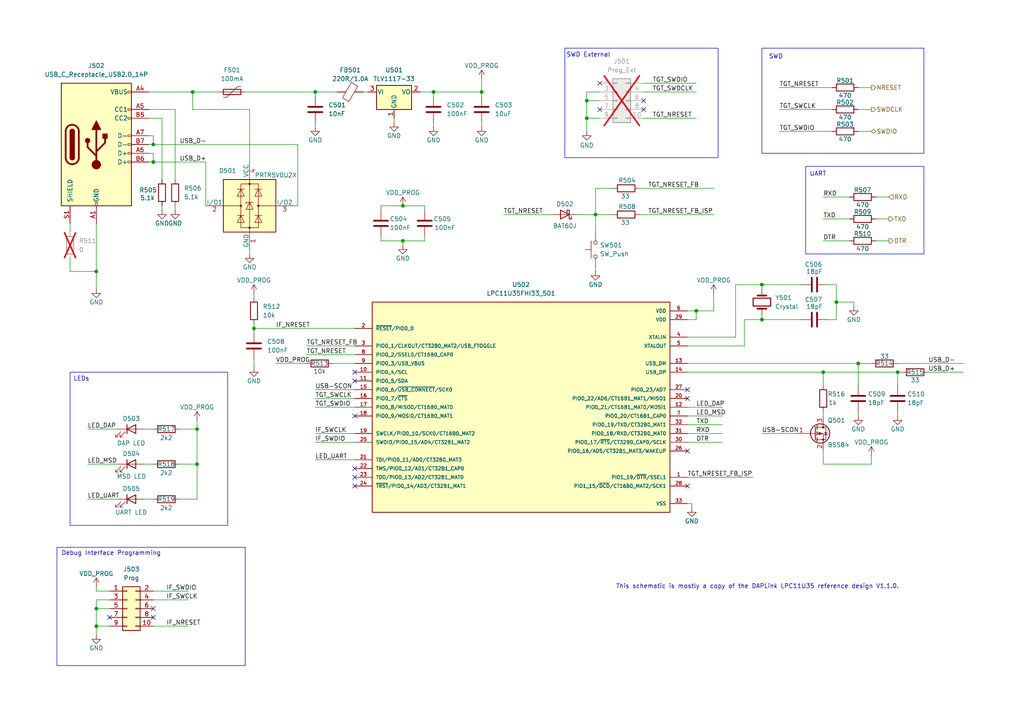
<source format=kicad_sch>
(kicad_sch (version 20231120) (generator "eeschema") (generator_version "8.0")
  (paper "A4")
  (title_block (title "DAPLink Programmer"))
  (lib_symbols
    (symbol "Connector:USB_C_Receptacle_USB2.0_14P" (pin_names (offset 1.016))
      (property "Reference" "J" (at 0 22.225 0))
      (property "Value" "USB_C_Receptacle_USB2.0_14P" (at 0 19.685 0))
      (symbol "USB_C_Receptacle_USB2.0_14P_0_0"
        (rectangle (start -0.254 -17.78) (end 0.254 -16.764))
        (rectangle (start 10.16 -4.826) (end 9.144 -5.334))
        (rectangle (start 10.16 -2.286) (end 9.144 -2.794))
        (rectangle (start 10.16 0.254) (end 9.144 -0.254))
        (rectangle (start 10.16 2.794) (end 9.144 2.286))
        (rectangle (start 10.16 7.874) (end 9.144 7.366))
        (rectangle (start 10.16 10.414) (end 9.144 9.906))
        (rectangle (start 10.16 15.494) (end 9.144 14.986))
      )
      (symbol "USB_C_Receptacle_USB2.0_14P_0_1"
        (rectangle (start -10.16 17.78) (end 10.16 -17.78) (stroke (width 0.254)) (fill (type background)))
        (arc (start -8.89 -3.81) (mid -6.985 -5.7067) (end -5.08 -3.81) (stroke (width 0.508)))
        (arc (start -7.62 -3.81) (mid -6.985 -4.4423) (end -6.35 -3.81) (stroke (width 0.254)))
        (arc (start -7.62 -3.81) (mid -6.985 -4.4423) (end -6.35 -3.81) (stroke (width 0.254)) (fill (type outline)))
        (rectangle (start -7.62 -3.81) (end -6.35 3.81) (stroke (width 0.254)) (fill (type outline)))
        (arc (start -6.35 3.81) (mid -6.985 4.4423) (end -7.62 3.81) (stroke (width 0.254)))
        (arc (start -6.35 3.81) (mid -6.985 4.4423) (end -7.62 3.81) (stroke (width 0.254)) (fill (type outline)))
        (arc (start -5.08 3.81) (mid -6.985 5.7067) (end -8.89 3.81) (stroke (width 0.508)))
        (circle (center -2.54 1.143) (radius 0.635) (stroke (width 0.254)) (fill (type outline)))
        (circle (center 0 -5.842) (radius 1.27) (fill (type outline)))
        (polyline (pts (xy -8.89 -3.81) (xy -8.89 3.81)) (stroke (width 0.508)))
        (polyline (pts (xy -5.08 3.81) (xy -5.08 -3.81)) (stroke (width 0.508)))
        (polyline (pts (xy 0 -5.842) (xy 0 4.318)) (stroke (width 0.508)))
        (polyline (pts (xy 0 -3.302) (xy -2.54 -0.762) (xy -2.54 0.508)) (stroke (width 0.508)))
        (polyline (pts (xy 0 -2.032) (xy 2.54 0.508) (xy 2.54 1.778)) (stroke (width 0.508)))
        (polyline (pts (xy -1.27 4.318) (xy 0 6.858) (xy 1.27 4.318) (xy -1.27 4.318)) (stroke (width 0.254)) (fill (type outline)))
        (rectangle (start 1.905 1.778) (end 3.175 3.048) (stroke (width 0.254)) (fill (type outline)))
      )
      (symbol "USB_C_Receptacle_USB2.0_14P_1_1"
        (pin passive line (at 0 -22.86 90) (length 5.08) (name "GND") (number "A1"))
        (pin passive line (at 0 -22.86 90) (length 5.08) hide (name "GND") (number "A12"))
        (pin passive line (at 15.24 15.24 180) (length 5.08) (name "VBUS") (number "A4"))
        (pin bidirectional line (at 15.24 10.16 180) (length 5.08) (name "CC1") (number "A5"))
        (pin bidirectional line (at 15.24 -2.54 180) (length 5.08) (name "D+") (number "A6"))
        (pin bidirectional line (at 15.24 2.54 180) (length 5.08) (name "D-") (number "A7"))
        (pin passive line (at 15.24 15.24 180) (length 5.08) hide (name "VBUS") (number "A9"))
        (pin passive line (at 0 -22.86 90) (length 5.08) hide (name "GND") (number "B1"))
        (pin passive line (at 0 -22.86 90) (length 5.08) hide (name "GND") (number "B12"))
        (pin passive line (at 15.24 15.24 180) (length 5.08) hide (name "VBUS") (number "B4"))
        (pin bidirectional line (at 15.24 7.62 180) (length 5.08) (name "CC2") (number "B5"))
        (pin bidirectional line (at 15.24 -5.08 180) (length 5.08) (name "D+") (number "B6"))
        (pin bidirectional line (at 15.24 0 180) (length 5.08) (name "D-") (number "B7"))
        (pin passive line (at 15.24 15.24 180) (length 5.08) hide (name "VBUS") (number "B9"))
        (pin passive line (at -7.62 -22.86 90) (length 5.08) (name "SHIELD") (number "S1"))
      )
    )
    (symbol "Connector_Generic:Conn_02x05_Odd_Even" (pin_names (offset 1.016) hide)
      (property "Reference" "J" (at 1.27 7.62 0))
      (property "Value" "Conn_02x05_Odd_Even" (at 1.27 -7.62 0))
      (symbol "Conn_02x05_Odd_Even_1_1"
        (rectangle (start -1.27 -4.953) (end 0 -5.207) (stroke (width 0.1524)))
        (rectangle (start -1.27 -2.413) (end 0 -2.667) (stroke (width 0.1524)))
        (rectangle (start -1.27 0.127) (end 0 -0.127) (stroke (width 0.1524)))
        (rectangle (start -1.27 2.667) (end 0 2.413) (stroke (width 0.1524)))
        (rectangle (start -1.27 5.207) (end 0 4.953) (stroke (width 0.1524)))
        (rectangle (start -1.27 6.35) (end 3.81 -6.35) (stroke (width 0.254)) (fill (type background)))
        (rectangle (start 3.81 -4.953) (end 2.54 -5.207) (stroke (width 0.1524)))
        (rectangle (start 3.81 -2.413) (end 2.54 -2.667) (stroke (width 0.1524)))
        (rectangle (start 3.81 0.127) (end 2.54 -0.127) (stroke (width 0.1524)))
        (rectangle (start 3.81 2.667) (end 2.54 2.413) (stroke (width 0.1524)))
        (rectangle (start 3.81 5.207) (end 2.54 4.953) (stroke (width 0.1524)))
        (pin passive line (at -5.08 5.08 0) (length 3.81) (name "Pin_1") (number "1"))
        (pin passive line (at 7.62 -5.08 180) (length 3.81) (name "Pin_10") (number "10"))
        (pin passive line (at 7.62 5.08 180) (length 3.81) (name "Pin_2") (number "2"))
        (pin passive line (at -5.08 2.54 0) (length 3.81) (name "Pin_3") (number "3"))
        (pin passive line (at 7.62 2.54 180) (length 3.81) (name "Pin_4") (number "4"))
        (pin passive line (at -5.08 0 0) (length 3.81) (name "Pin_5") (number "5"))
        (pin passive line (at 7.62 0 180) (length 3.81) (name "Pin_6") (number "6"))
        (pin passive line (at -5.08 -2.54 0) (length 3.81) (name "Pin_7") (number "7"))
        (pin passive line (at 7.62 -2.54 180) (length 3.81) (name "Pin_8") (number "8"))
        (pin passive line (at -5.08 -5.08 0) (length 3.81) (name "Pin_9") (number "9"))
      )
    )
    (symbol "Device:C" (pin_numbers hide) (pin_names (offset 0.254))
      (property "Reference" "C" (at 0.635 2.54 0))
      (property "Value" "C" (at 0.635 -2.54 0))
      (symbol "C_0_1"
        (polyline (pts (xy -2.032 -0.762) (xy 2.032 -0.762)) (stroke (width 0.508)))
        (polyline (pts (xy -2.032 0.762) (xy 2.032 0.762)) (stroke (width 0.508)))
      )
      (symbol "C_1_1"
        (pin passive line (at 0 3.81 270) (length 2.794) (name "~") (number "1"))
        (pin passive line (at 0 -3.81 90) (length 2.794) (name "~") (number "2"))
      )
    )
    (symbol "Device:Crystal" (pin_numbers hide) (pin_names (offset 1.016) hide)
      (property "Reference" "Y" (at 0 3.81 0))
      (property "Value" "Crystal" (at 0 -3.81 0))
      (symbol "Crystal_0_1"
        (rectangle (start -1.143 2.54) (end 1.143 -2.54) (stroke (width 0.3048)))
        (polyline (pts (xy -2.54 0) (xy -1.905 0)))
        (polyline (pts (xy -1.905 -1.27) (xy -1.905 1.27)) (stroke (width 0.508)))
        (polyline (pts (xy 1.905 -1.27) (xy 1.905 1.27)) (stroke (width 0.508)))
        (polyline (pts (xy 2.54 0) (xy 1.905 0)))
      )
      (symbol "Crystal_1_1"
        (pin passive line (at -3.81 0 0) (length 1.27) (name "1") (number "1"))
        (pin passive line (at 3.81 0 180) (length 1.27) (name "2") (number "2"))
      )
    )
    (symbol "Device:D_Schottky" (pin_numbers hide) (pin_names (offset 1.016) hide)
      (property "Reference" "D" (at 0 2.54 0))
      (property "Value" "D_Schottky" (at 0 -2.54 0))
      (symbol "D_Schottky_0_1"
        (polyline (pts (xy 1.27 0) (xy -1.27 0)))
        (polyline (pts (xy 1.27 1.27) (xy 1.27 -1.27) (xy -1.27 0) (xy 1.27 1.27)) (stroke (width 0.254)))
        (polyline (pts (xy -1.905 0.635) (xy -1.905 1.27) (xy -1.27 1.27) (xy -1.27 -1.27) (xy -0.635 -1.27) (xy -0.635 -0.635)) (stroke (width 0.254)))
      )
      (symbol "D_Schottky_1_1"
        (pin passive line (at -3.81 0 0) (length 2.54) (name "K") (number "1"))
        (pin passive line (at 3.81 0 180) (length 2.54) (name "A") (number "2"))
      )
    )
    (symbol "Device:FerriteBead" (pin_numbers hide) (pin_names (offset 0))
      (property "Reference" "FB" (at -3.81 0.635 90))
      (property "Value" "FerriteBead" (at 3.81 0 90))
      (symbol "FerriteBead_0_1"
        (polyline (pts (xy 0 -1.27) (xy 0 -1.2192)))
        (polyline (pts (xy 0 1.27) (xy 0 1.2954)))
        (polyline (pts (xy -2.7686 0.4064) (xy -1.7018 2.2606) (xy 2.7686 -0.3048) (xy 1.6764 -2.159) (xy -2.7686 0.4064)))
      )
      (symbol "FerriteBead_1_1"
        (pin passive line (at 0 3.81 270) (length 2.54) (name "~") (number "1"))
        (pin passive line (at 0 -3.81 90) (length 2.54) (name "~") (number "2"))
      )
    )
    (symbol "Device:LED" (pin_numbers hide) (pin_names (offset 1.016) hide)
      (property "Reference" "D" (at 0 2.54 0))
      (property "Value" "LED" (at 0 -2.54 0))
      (symbol "LED_0_1"
        (polyline (pts (xy -1.27 -1.27) (xy -1.27 1.27)) (stroke (width 0.254)))
        (polyline (pts (xy -1.27 0) (xy 1.27 0)))
        (polyline (pts (xy 1.27 -1.27) (xy 1.27 1.27) (xy -1.27 0) (xy 1.27 -1.27)) (stroke (width 0.254)))
        (polyline (pts (xy -3.048 -0.762) (xy -4.572 -2.286) (xy -3.81 -2.286) (xy -4.572 -2.286) (xy -4.572 -1.524)))
        (polyline (pts (xy -1.778 -0.762) (xy -3.302 -2.286) (xy -2.54 -2.286) (xy -3.302 -2.286) (xy -3.302 -1.524)))
      )
      (symbol "LED_1_1"
        (pin passive line (at -3.81 0 0) (length 2.54) (name "K") (number "1"))
        (pin passive line (at 3.81 0 180) (length 2.54) (name "A") (number "2"))
      )
    )
    (symbol "Device:Polyfuse" (pin_numbers hide) (pin_names (offset 0))
      (property "Reference" "F" (at -2.54 0 90))
      (property "Value" "Polyfuse" (at 2.54 0 90))
      (symbol "Polyfuse_0_1"
        (rectangle (start -0.762 2.54) (end 0.762 -2.54) (stroke (width 0.254)))
        (polyline (pts (xy 0 2.54) (xy 0 -2.54)))
        (polyline (pts (xy -1.524 2.54) (xy -1.524 1.524) (xy 1.524 -1.524) (xy 1.524 -2.54)))
      )
      (symbol "Polyfuse_1_1"
        (pin passive line (at 0 3.81 270) (length 1.27) (name "~") (number "1"))
        (pin passive line (at 0 -3.81 90) (length 1.27) (name "~") (number "2"))
      )
    )
    (symbol "Device:R" (pin_numbers hide) (pin_names (offset 0))
      (property "Reference" "R" (at 2.032 0 90))
      (property "Value" "R" (at 0 0 90))
      (symbol "R_0_1"
        (rectangle (start -1.016 -2.54) (end 1.016 2.54) (stroke (width 0.254)))
      )
      (symbol "R_1_1"
        (pin passive line (at 0 3.81 270) (length 1.27) (name "~") (number "1"))
        (pin passive line (at 0 -3.81 90) (length 1.27) (name "~") (number "2"))
      )
    )
    (symbol "NXP:LPC11U35FHI33_501" (pin_names (offset 1.016))
      (property "Reference" "U" (at -43.18 31.75 0))
      (property "Value" "LPC11U35FHI33_501" (at -43.18 -33.02 0))
      (symbol "LPC11U35FHI33_501_0_0"
        (rectangle (start -43.18 30.48) (end 43.18 -30.48) (stroke (width 0.254)) (fill (type background)))
        (pin bidirectional line (at 48.26 -20.32 180) (length 5.08) (name "PIO1_19/~{DTR}/SSEL1") (number "1"))
        (pin bidirectional line (at -48.26 10.16 0) (length 5.08) (name "PIO0_4/SCL") (number "10"))
        (pin bidirectional line (at -48.26 7.62 0) (length 5.08) (name "PIO0_5/SDA") (number "11"))
        (pin bidirectional line (at 48.26 0 180) (length 5.08) (name "PIO0_21/CT16B1_MAT0/MOSI1") (number "12"))
        (pin bidirectional line (at 48.26 12.7 180) (length 5.08) (name "USB_DM") (number "13"))
        (pin bidirectional line (at 48.26 10.16 180) (length 5.08) (name "USB_DP") (number "14"))
        (pin bidirectional line (at -48.26 5.08 0) (length 5.08) (name "PIO0_6/~{USB_CONNECT}/SCK0") (number "15"))
        (pin bidirectional line (at -48.26 2.54 0) (length 5.08) (name "PIO0_7/~{CTS}") (number "16"))
        (pin bidirectional line (at -48.26 0 0) (length 5.08) (name "PIO0_8/MISO0/CT16B0_MAT0") (number "17"))
        (pin bidirectional line (at -48.26 -2.54 0) (length 5.08) (name "PIO0_9/MOSI0/CT16B0_MAT1") (number "18"))
        (pin bidirectional line (at -48.26 -7.62 0) (length 5.08) (name "SWCLK/PIO0_10/SCK0/CT16B0_MAT2") (number "19"))
        (pin bidirectional line (at -48.26 22.86 0) (length 5.08) (name "~{RESET}/PIO0_0") (number "2"))
        (pin bidirectional line (at 48.26 2.54 180) (length 5.08) (name "PIO0_22/AD6/CT16B1_MAT1/MISO1") (number "20"))
        (pin bidirectional line (at -48.26 -15.24 0) (length 5.08) (name "TDI/PIO0_11/AD0/CT32B0_MAT3") (number "21"))
        (pin bidirectional line (at -48.26 -17.78 0) (length 5.08) (name "TMS/PIO0_12/AD1/CT32B1_CAP0") (number "22"))
        (pin bidirectional line (at -48.26 -20.32 0) (length 5.08) (name "TDO/PIO0_13/AD2/CT32B1_MAT0") (number "23"))
        (pin bidirectional line (at -48.26 -22.86 0) (length 5.08) (name "~{TRST}/PIO0_14/AD3/CT32B1_MAT1") (number "24"))
        (pin bidirectional line (at -48.26 -10.16 0) (length 5.08) (name "SWDIO/PIO0_15/AD4/CT32B1_MAT2") (number "25"))
        (pin bidirectional line (at 48.26 -12.7 180) (length 5.08) (name "PIO0_16/AD5/CT32B1_MAT3/WAKEUP") (number "26"))
        (pin bidirectional line (at 48.26 5.08 180) (length 5.08) (name "PIO0_23/AD7") (number "27"))
        (pin bidirectional line (at 48.26 -22.86 180) (length 5.08) (name "PIO1_15/~{DCD}/CT16B0_MAT2/SCK1") (number "28"))
        (pin power_in line (at 48.26 25.4 180) (length 5.08) (name "VDD") (number "29"))
        (pin bidirectional line (at -48.26 17.78 0) (length 5.08) (name "PIO0_1/CLKOUT/CT32B0_MAT2/USB_FTOGGLE") (number "3"))
        (pin bidirectional line (at 48.26 -10.16 180) (length 5.08) (name "PIO0_17/~{RTS}/CT32B0_CAP0/SCLK") (number "30"))
        (pin bidirectional line (at 48.26 -7.62 180) (length 5.08) (name "PIO0_18/RXD/CT32B0_MAT0") (number "31"))
        (pin bidirectional line (at 48.26 -5.08 180) (length 5.08) (name "PIO0_19/TXD/CT32B0_MAT1") (number "32"))
        (pin power_in line (at 48.26 -27.94 180) (length 5.08) (name "VSS") (number "33"))
        (pin input line (at 48.26 20.32 180) (length 5.08) (name "XTALIN") (number "4"))
        (pin output line (at 48.26 17.78 180) (length 5.08) (name "XTALOUT") (number "5"))
        (pin power_in line (at 48.26 27.94 180) (length 5.08) (name "VDD") (number "6"))
        (pin bidirectional line (at 48.26 -2.54 180) (length 5.08) (name "PIO0_20/CT16B1_CAP0") (number "7"))
        (pin bidirectional line (at -48.26 15.24 0) (length 5.08) (name "PIO0_2/SSEL0/CT16B0_CAP0") (number "8"))
        (pin bidirectional line (at -48.26 12.7 0) (length 5.08) (name "PIO0_3/USB_VBUS") (number "9"))
      )
    )
    (symbol "Power_Protection:PRTR5V0U2X" (pin_names (offset 0))
      (property "Reference" "D" (at 2.794 8.636 0))
      (property "Value" "PRTR5V0U2X" (at 8.128 -9.398 0))
      (symbol "PRTR5V0U2X_0_1"
        (rectangle (start -7.62 -7.62) (end 7.62 7.62) (stroke (width 0.254)) (fill (type background)))
        (circle (center -2.54 0) (radius 0.254) (fill (type outline)))
        (rectangle (start -2.54 6.35) (end 2.54 -6.35))
        (circle (center 0 -6.35) (radius 0.254) (fill (type outline)))
        (polyline (pts (xy -2.54 0) (xy -7.62 0)))
        (polyline (pts (xy -1.524 -2.794) (xy -3.556 -2.794)))
        (polyline (pts (xy -1.524 4.826) (xy -3.556 4.826)))
        (polyline (pts (xy 0 -7.62) (xy 0 7.62)))
        (polyline (pts (xy 1.524 -2.794) (xy 3.556 -2.794)))
        (polyline (pts (xy 1.524 4.826) (xy 3.556 4.826)))
        (polyline (pts (xy 2.54 0) (xy 7.62 0)))
        (polyline (pts (xy 1.016 1.016) (xy -1.016 1.016) (xy -1.016 0.508)))
        (polyline (pts (xy -3.556 -4.826) (xy -1.524 -4.826) (xy -2.54 -2.794) (xy -3.556 -4.826)))
        (polyline (pts (xy -3.556 2.794) (xy -1.524 2.794) (xy -2.54 4.826) (xy -3.556 2.794)))
        (polyline (pts (xy -1.016 -1.016) (xy 1.016 -1.016) (xy 0 1.016) (xy -1.016 -1.016)))
        (polyline (pts (xy 3.556 -4.826) (xy 1.524 -4.826) (xy 2.54 -2.794) (xy 3.556 -4.826)))
        (polyline (pts (xy 3.556 2.794) (xy 1.524 2.794) (xy 2.54 4.826) (xy 3.556 2.794)))
        (circle (center 0 6.35) (radius 0.254) (fill (type outline)))
        (circle (center 2.54 0) (radius 0.254) (fill (type outline)))
      )
      (symbol "PRTR5V0U2X_1_1"
        (pin passive line (at 0 -12.7 90) (length 5.08) (name "GND") (number "1"))
        (pin passive line (at -12.7 0 0) (length 5.08) (name "I/O1") (number "2"))
        (pin passive line (at 12.7 0 180) (length 5.08) (name "I/O2") (number "3"))
        (pin passive line (at 0 12.7 270) (length 5.08) (name "VCC") (number "4"))
      )
    )
    (symbol "Regulator_Linear:TLV1117-33" (pin_names (offset 0.254))
      (property "Reference" "U" (at -3.81 3.175 0))
      (property "Value" "TLV1117-33" (at 0 3.175 0))
      (symbol "TLV1117-33_0_1"
        (rectangle (start -5.08 -5.08) (end 5.08 1.905) (stroke (width 0.254)) (fill (type background)))
      )
      (symbol "TLV1117-33_1_1"
        (pin power_in line (at 0 -7.62 90) (length 2.54) (name "GND") (number "1"))
        (pin power_out line (at 7.62 0 180) (length 2.54) (name "VO") (number "2"))
        (pin power_in line (at -7.62 0 0) (length 2.54) (name "VI") (number "3"))
      )
    )
    (symbol "Switch:SW_Push" (pin_numbers hide) (pin_names (offset 1.016) hide)
      (property "Reference" "SW" (at 1.27 2.54 0))
      (property "Value" "SW_Push" (at 0 -1.524 0))
      (symbol "SW_Push_0_1"
        (circle (center -2.032 0) (radius 0.508))
        (polyline (pts (xy 0 1.27) (xy 0 3.048)))
        (polyline (pts (xy 2.54 1.27) (xy -2.54 1.27)))
        (circle (center 2.032 0) (radius 0.508))
        (pin passive line (at -5.08 0 0) (length 2.54) (name "1") (number "1"))
        (pin passive line (at 5.08 0 180) (length 2.54) (name "2") (number "2"))
      )
    )
    (symbol "Transistor_FET:BSS84" (pin_names hide)
      (property "Reference" "Q" (at 5.08 1.905 0))
      (property "Value" "BSS84" (at 5.08 0 0))
      (symbol "BSS84_0_1"
        (polyline (pts (xy 0.254 0) (xy -2.54 0)))
        (polyline (pts (xy 0.254 1.905) (xy 0.254 -1.905)) (stroke (width 0.254)))
        (polyline (pts (xy 0.762 -1.27) (xy 0.762 -2.286)) (stroke (width 0.254)))
        (polyline (pts (xy 0.762 0.508) (xy 0.762 -0.508)) (stroke (width 0.254)))
        (polyline (pts (xy 0.762 2.286) (xy 0.762 1.27)) (stroke (width 0.254)))
        (polyline (pts (xy 2.54 2.54) (xy 2.54 1.778)))
        (polyline (pts (xy 2.54 -2.54) (xy 2.54 0) (xy 0.762 0)))
        (polyline (pts (xy 0.762 1.778) (xy 3.302 1.778) (xy 3.302 -1.778) (xy 0.762 -1.778)))
        (polyline (pts (xy 2.286 0) (xy 1.27 0.381) (xy 1.27 -0.381) (xy 2.286 0)) (fill (type outline)))
        (polyline (pts (xy 2.794 -0.508) (xy 2.921 -0.381) (xy 3.683 -0.381) (xy 3.81 -0.254)))
        (polyline (pts (xy 3.302 -0.381) (xy 2.921 0.254) (xy 3.683 0.254) (xy 3.302 -0.381)))
        (circle (center 1.651 0) (radius 2.794) (stroke (width 0.254)))
        (circle (center 2.54 -1.778) (radius 0.254) (fill (type outline)))
        (circle (center 2.54 1.778) (radius 0.254) (fill (type outline)))
      )
      (symbol "BSS84_1_1"
        (pin input line (at -5.08 0 0) (length 2.54) (name "G") (number "1"))
        (pin passive line (at 2.54 -5.08 90) (length 2.54) (name "S") (number "2"))
        (pin passive line (at 2.54 5.08 270) (length 2.54) (name "D") (number "3"))
      )
    )
    (symbol "power:GND" (power) (pin_numbers hide) (pin_names (offset 0) hide)
      (property "Value" "GND" (at 0 -3.81 0))
      (symbol "GND_0_1"
        (polyline (pts (xy 0 0) (xy 0 -1.27) (xy 1.27 -1.27) (xy 0 -2.54) (xy -1.27 -1.27) (xy 0 -1.27)))
      )
      (symbol "GND_1_1"
        (pin power_in line (at 0 0 270) (length 0) (name "~") (number "1"))
      )
    )
    (symbol "power:VDD" (power) (pin_numbers hide) (pin_names (offset 0) hide)
      (property "Value" "VDD" (at 0 3.556 0))
      (symbol "VDD_0_1"
        (polyline (pts (xy -0.762 1.27) (xy 0 2.54)))
        (polyline (pts (xy 0 0) (xy 0 2.54)))
        (polyline (pts (xy 0 2.54) (xy 0.762 1.27)))
      )
      (symbol "VDD_1_1"
        (pin power_in line (at 0 0 90) (length 0) (name "~") (number "1"))
      )
    )
  )
  (junction (at 116.84 59.69))
  (junction (at 201.93 90.17))
  (junction (at 57.15 134.62))
  (junction (at 260.35 107.95))
  (junction (at 220.98 82.55))
  (junction (at 116.84 69.85))
  (junction (at 27.94 78.74))
  (junction (at 44.45 46.99))
  (junction (at 238.76 107.95))
  (junction (at 170.18 34.29))
  (junction (at 27.94 176.53))
  (junction (at 73.66 95.25))
  (junction (at 170.18 29.21))
  (junction (at 44.45 41.91))
  (junction (at 172.72 62.23))
  (junction (at 91.44 26.67))
  (junction (at 55.88 26.67))
  (junction (at 220.98 92.71))
  (junction (at 27.94 181.61))
  (junction (at 248.92 105.41))
  (junction (at 242.57 87.63))
  (junction (at 57.15 124.46))
  (junction (at 125.73 26.67))
  (junction (at 139.7 26.67))
  (no_connect (at 199.39 140.97))
  (no_connect (at 102.87 138.43))
  (no_connect (at 44.45 179.07))
  (no_connect (at 31.75 179.07))
  (no_connect (at 186.69 31.75))
  (no_connect (at 186.69 29.21))
  (no_connect (at 173.99 31.75))
  (no_connect (at 102.87 107.95))
  (no_connect (at 102.87 120.65))
  (no_connect (at 102.87 110.49))
  (no_connect (at 102.87 135.89))
  (no_connect (at 199.39 113.03))
  (no_connect (at 199.39 130.81))
  (no_connect (at 102.87 140.97))
  (no_connect (at 44.45 176.53))
  (no_connect (at 199.39 115.57))
  (no_connect (at 173.99 24.13))
  (wire (pts (xy 186.69 34.29) (xy 201.93 34.29)))
  (wire (pts (xy 146.05 62.23) (xy 160.02 62.23)))
  (wire (pts (xy 44.45 171.45) (xy 54.61 171.45)))
  (wire (pts (xy 91.44 128.27) (xy 102.87 128.27)))
  (wire (pts (xy 27.94 173.99) (xy 27.94 176.53)))
  (wire (pts (xy 139.7 22.86) (xy 139.7 26.67)))
  (wire (pts (xy 260.35 107.95) (xy 260.35 111.76)))
  (wire (pts (xy 207.01 85.09) (xy 207.01 90.17)))
  (wire (pts (xy 220.98 82.55) (xy 232.41 82.55)))
  (wire (pts (xy 44.45 173.99) (xy 54.61 173.99)))
  (wire (pts (xy 50.8 31.75) (xy 50.8 52.07)))
  (wire (pts (xy 41.91 124.46) (xy 44.45 124.46)))
  (wire (pts (xy 248.92 105.41) (xy 252.73 105.41)))
  (wire (pts (xy 226.06 25.4) (xy 241.3 25.4)))
  (wire (pts (xy 105.41 26.67) (xy 106.68 26.67)))
  (wire (pts (xy 27.94 176.53) (xy 27.94 181.61)))
  (wire (pts (xy 110.49 69.85) (xy 116.84 69.85)))
  (wire (pts (xy 213.36 97.79) (xy 213.36 82.55)))
  (wire (pts (xy 25.4 124.46) (xy 34.29 124.46)))
  (wire (pts (xy 201.93 92.71) (xy 201.93 90.17)))
  (wire (pts (xy 215.9 92.71) (xy 220.98 92.71)))
  (wire (pts (xy 27.94 181.61) (xy 31.75 181.61)))
  (wire (pts (xy 116.84 69.85) (xy 116.84 71.12)))
  (wire (pts (xy 269.24 107.95) (xy 279.4 107.95)))
  (wire (pts (xy 31.75 173.99) (xy 27.94 173.99)))
  (wire (pts (xy 43.18 26.67) (xy 55.88 26.67)))
  (wire (pts (xy 44.45 39.37) (xy 43.18 39.37)))
  (wire (pts (xy 172.72 62.23) (xy 167.64 62.23)))
  (wire (pts (xy 238.76 57.15) (xy 246.38 57.15)))
  (wire (pts (xy 20.32 78.74) (xy 27.94 78.74)))
  (wire (pts (xy 185.42 62.23) (xy 207.01 62.23)))
  (wire (pts (xy 52.07 144.78) (xy 57.15 144.78)))
  (wire (pts (xy 199.39 100.33) (xy 215.9 100.33)))
  (wire (pts (xy 238.76 63.5) (xy 246.38 63.5)))
  (wire (pts (xy 44.45 39.37) (xy 44.45 41.91)))
  (wire (pts (xy 73.66 95.25) (xy 73.66 96.52)))
  (wire (pts (xy 110.49 68.58) (xy 110.49 69.85)))
  (wire (pts (xy 91.44 113.03) (xy 102.87 113.03)))
  (wire (pts (xy 238.76 107.95) (xy 260.35 107.95)))
  (wire (pts (xy 27.94 64.77) (xy 27.94 78.74)))
  (wire (pts (xy 91.44 118.11) (xy 102.87 118.11)))
  (wire (pts (xy 50.8 59.69) (xy 50.8 60.96)))
  (wire (pts (xy 72.39 31.75) (xy 55.88 31.75)))
  (wire (pts (xy 125.73 35.56) (xy 125.73 36.83)))
  (wire (pts (xy 170.18 26.67) (xy 170.18 29.21)))
  (wire (pts (xy 57.15 124.46) (xy 57.15 134.62)))
  (wire (pts (xy 91.44 125.73) (xy 102.87 125.73)))
  (wire (pts (xy 173.99 26.67) (xy 170.18 26.67)))
  (wire (pts (xy 172.72 54.61) (xy 172.72 62.23)))
  (wire (pts (xy 200.66 146.05) (xy 200.66 147.32)))
  (wire (pts (xy 43.18 31.75) (xy 50.8 31.75)))
  (wire (pts (xy 248.92 25.4) (xy 252.73 25.4)))
  (wire (pts (xy 125.73 26.67) (xy 139.7 26.67)))
  (wire (pts (xy 123.19 59.69) (xy 123.19 60.96)))
  (wire (pts (xy 123.19 69.85) (xy 123.19 68.58)))
  (wire (pts (xy 20.32 74.93) (xy 20.32 78.74)))
  (wire (pts (xy 172.72 67.31) (xy 172.72 62.23)))
  (wire (pts (xy 25.4 134.62) (xy 34.29 134.62)))
  (wire (pts (xy 85.09 59.69) (xy 86.36 59.69)))
  (wire (pts (xy 172.72 62.23) (xy 177.8 62.23)))
  (wire (pts (xy 59.69 59.69) (xy 59.69 46.99)))
  (wire (pts (xy 254 57.15) (xy 257.81 57.15)))
  (wire (pts (xy 242.57 82.55) (xy 240.03 82.55)))
  (wire (pts (xy 199.39 128.27) (xy 209.55 128.27)))
  (wire (pts (xy 173.99 29.21) (xy 170.18 29.21)))
  (wire (pts (xy 199.39 123.19) (xy 209.55 123.19)))
  (wire (pts (xy 72.39 46.99) (xy 72.39 31.75)))
  (wire (pts (xy 226.06 31.75) (xy 241.3 31.75)))
  (wire (pts (xy 199.39 105.41) (xy 248.92 105.41)))
  (wire (pts (xy 110.49 59.69) (xy 116.84 59.69)))
  (wire (pts (xy 248.92 119.38) (xy 248.92 120.65)))
  (wire (pts (xy 91.44 133.35) (xy 102.87 133.35)))
  (wire (pts (xy 20.32 64.77) (xy 20.32 67.31)))
  (wire (pts (xy 91.44 26.67) (xy 97.79 26.67)))
  (wire (pts (xy 238.76 69.85) (xy 246.38 69.85)))
  (wire (pts (xy 170.18 29.21) (xy 170.18 34.29)))
  (wire (pts (xy 41.91 134.62) (xy 44.45 134.62)))
  (wire (pts (xy 44.45 46.99) (xy 59.69 46.99)))
  (wire (pts (xy 238.76 119.38) (xy 238.76 120.65)))
  (wire (pts (xy 242.57 82.55) (xy 242.57 87.63)))
  (wire (pts (xy 248.92 105.41) (xy 248.92 111.76)))
  (wire (pts (xy 199.39 138.43) (xy 218.44 138.43)))
  (wire (pts (xy 254 63.5) (xy 257.81 63.5)))
  (wire (pts (xy 52.07 124.46) (xy 57.15 124.46)))
  (wire (pts (xy 139.7 27.94) (xy 139.7 26.67)))
  (polyline (pts (xy 16.51 193.04) (xy 71.12 193.04)))
  (wire (pts (xy 238.76 134.62) (xy 252.73 134.62)))
  (wire (pts (xy 27.94 184.15) (xy 27.94 181.61)))
  (polyline (pts (xy 71.12 193.04) (xy 71.12 158.75)))
  (wire (pts (xy 44.45 41.91) (xy 43.18 41.91)))
  (wire (pts (xy 247.65 88.9) (xy 247.65 87.63)))
  (wire (pts (xy 96.52 105.41) (xy 102.87 105.41)))
  (wire (pts (xy 27.94 170.18) (xy 27.94 171.45)))
  (wire (pts (xy 248.92 38.1) (xy 252.73 38.1)))
  (wire (pts (xy 116.84 59.69) (xy 123.19 59.69)))
  (wire (pts (xy 199.39 97.79) (xy 213.36 97.79)))
  (wire (pts (xy 46.99 34.29) (xy 46.99 52.07)))
  (wire (pts (xy 44.45 41.91) (xy 86.36 41.91)))
  (wire (pts (xy 238.76 130.81) (xy 238.76 134.62)))
  (wire (pts (xy 55.88 31.75) (xy 55.88 26.67)))
  (wire (pts (xy 199.39 107.95) (xy 238.76 107.95)))
  (wire (pts (xy 220.98 82.55) (xy 220.98 83.82)))
  (wire (pts (xy 260.35 105.41) (xy 279.4 105.41)))
  (wire (pts (xy 41.91 144.78) (xy 44.45 144.78)))
  (wire (pts (xy 247.65 87.63) (xy 242.57 87.63)))
  (wire (pts (xy 73.66 86.36) (xy 73.66 85.09)))
  (wire (pts (xy 55.88 26.67) (xy 63.5 26.67)))
  (wire (pts (xy 220.98 92.71) (xy 220.98 91.44)))
  (wire (pts (xy 121.92 26.67) (xy 125.73 26.67)))
  (wire (pts (xy 27.94 78.74) (xy 27.94 83.82)))
  (wire (pts (xy 199.39 120.65) (xy 209.55 120.65)))
  (wire (pts (xy 139.7 35.56) (xy 139.7 36.83)))
  (wire (pts (xy 91.44 35.56) (xy 91.44 36.83)))
  (wire (pts (xy 52.07 134.62) (xy 57.15 134.62)))
  (wire (pts (xy 27.94 171.45) (xy 31.75 171.45)))
  (wire (pts (xy 57.15 121.92) (xy 57.15 124.46)))
  (wire (pts (xy 73.66 93.98) (xy 73.66 95.25)))
  (wire (pts (xy 110.49 60.96) (xy 110.49 59.69)))
  (wire (pts (xy 186.69 26.67) (xy 201.93 26.67)))
  (wire (pts (xy 71.12 26.67) (xy 91.44 26.67)))
  (polyline (pts (xy 16.51 158.75) (xy 71.12 158.75)))
  (wire (pts (xy 199.39 125.73) (xy 209.55 125.73)))
  (wire (pts (xy 226.06 38.1) (xy 241.3 38.1)))
  (wire (pts (xy 252.73 134.62) (xy 252.73 132.08)))
  (wire (pts (xy 43.18 34.29) (xy 46.99 34.29)))
  (wire (pts (xy 238.76 107.95) (xy 238.76 111.76)))
  (wire (pts (xy 25.4 144.78) (xy 34.29 144.78)))
  (wire (pts (xy 199.39 92.71) (xy 201.93 92.71)))
  (wire (pts (xy 125.73 26.67) (xy 125.73 27.94)))
  (wire (pts (xy 240.03 92.71) (xy 242.57 92.71)))
  (wire (pts (xy 73.66 95.25) (xy 102.87 95.25)))
  (wire (pts (xy 44.45 44.45) (xy 44.45 46.99)))
  (wire (pts (xy 73.66 104.14) (xy 73.66 106.68)))
  (wire (pts (xy 260.35 119.38) (xy 260.35 120.65)))
  (wire (pts (xy 91.44 27.94) (xy 91.44 26.67)))
  (wire (pts (xy 185.42 54.61) (xy 207.01 54.61)))
  (wire (pts (xy 88.9 102.87) (xy 102.87 102.87)))
  (wire (pts (xy 199.39 146.05) (xy 200.66 146.05)))
  (wire (pts (xy 207.01 90.17) (xy 201.93 90.17)))
  (wire (pts (xy 242.57 92.71) (xy 242.57 87.63)))
  (wire (pts (xy 91.44 115.57) (xy 102.87 115.57)))
  (wire (pts (xy 199.39 90.17) (xy 201.93 90.17)))
  (polyline (pts (xy 16.51 158.75) (xy 16.51 193.04)))
  (wire (pts (xy 213.36 82.55) (xy 220.98 82.55)))
  (wire (pts (xy 44.45 181.61) (xy 54.61 181.61)))
  (wire (pts (xy 215.9 100.33) (xy 215.9 92.71)))
  (wire (pts (xy 220.98 125.73) (xy 231.14 125.73)))
  (wire (pts (xy 46.99 59.69) (xy 46.99 60.96)))
  (wire (pts (xy 170.18 34.29) (xy 173.99 34.29)))
  (wire (pts (xy 57.15 144.78) (xy 57.15 134.62)))
  (wire (pts (xy 199.39 118.11) (xy 209.55 118.11)))
  (wire (pts (xy 220.98 92.71) (xy 232.41 92.71)))
  (wire (pts (xy 43.18 44.45) (xy 44.45 44.45)))
  (wire (pts (xy 114.3 34.29) (xy 114.3 35.56)))
  (wire (pts (xy 177.8 54.61) (xy 172.72 54.61)))
  (wire (pts (xy 170.18 38.1) (xy 170.18 34.29)))
  (wire (pts (xy 31.75 176.53) (xy 27.94 176.53)))
  (wire (pts (xy 86.36 59.69) (xy 86.36 41.91)))
  (wire (pts (xy 186.69 24.13) (xy 201.93 24.13)))
  (wire (pts (xy 72.39 72.39) (xy 72.39 73.66)))
  (wire (pts (xy 80.01 105.41) (xy 88.9 105.41)))
  (wire (pts (xy 254 69.85) (xy 257.81 69.85)))
  (wire (pts (xy 88.9 100.33) (xy 102.87 100.33)))
  (wire (pts (xy 172.72 77.47) (xy 172.72 78.74)))
  (wire (pts (xy 248.92 31.75) (xy 252.73 31.75)))
  (wire (pts (xy 44.45 46.99) (xy 43.18 46.99)))
  (wire (pts (xy 116.84 69.85) (xy 123.19 69.85)))
  (wire (pts (xy 260.35 107.95) (xy 261.62 107.95)))
  (rectangle (start 163.83 13.97) (end 208.28 45.72))
  (rectangle (start 220.98 13.97) (end 267.97 44.45))
  (rectangle (start 233.68 48.26) (end 267.97 73.66))
  (rectangle (start 20.32 107.95) (end 66.04 152.4))
  (text "SWD" (at 225.044 16.51 0) (effects (font (size 1.27 1.27))))
  (text "Debug Interface Programming" (at 17.78 161.29 0) (effects (font (size 1.27 1.27)) (justify left bottom)))
  (text "This schematic is mostly a copy of the DAPLink LPC11U35 reference design V1.1.0." (at 219.71 170.18 0) (effects (font (size 1.27 1.27))))
  (text "SWD External" (at 170.688 16.002 0) (effects (font (size 1.27 1.27))))
  (text "LEDs" (at 23.622 109.982 0) (effects (font (size 1.27 1.27))))
  (text "UART" (at 237.236 50.546 0) (effects (font (size 1.27 1.27))))
  (label "IF_NRESET" (at 80.01 95.25 0))
  (label "DTR" (at 238.76 69.85 0))
  (label "RXD" (at 238.76 57.15 0))
  (label "USB_D-" (at 52.07 41.91 0))
  (label "IF_SWCLK" (at 91.44 125.73 0))
  (label "TXD" (at 238.76 63.5 0))
  (label "LED_MSD" (at 25.4 134.62 0))
  (label "LED_UART" (at 91.44 133.35 0))
  (label "USB_D-" (at 269.24 105.41 0))
  (label "TGT_NRESET_FB_ISP" (at 199.39 138.43 0))
  (label "USB-SCON" (at 220.98 125.73 0))
  (label "IF_SWDIO" (at 91.44 128.27 0))
  (label "LED_DAP" (at 25.4 124.46 0))
  (label "TGT_NRESET" (at 226.06 25.4 0))
  (label "TGT_SWDIO" (at 91.44 118.11 0))
  (label "TGT_NRESET" (at 146.05 62.23 0))
  (label "TGT_NRESET" (at 88.9 102.87 0))
  (label "IF_SWCLK" (at 48.26 173.99 0))
  (label "TGT_NRESET" (at 189.23 34.29 0))
  (label "LED_MSD" (at 201.93 120.65 0))
  (label "TGT_SWCLK" (at 226.06 31.75 0))
  (label "IF_SWDIO" (at 48.26 171.45 0))
  (label "TGT_NRESET_FB_ISP" (at 187.96 62.23 0))
  (label "LED_DAP" (at 201.93 118.11 0))
  (label "RXD" (at 201.93 125.73 0))
  (label "TXD" (at 201.93 123.19 0))
  (label "USB-SCON" (at 91.44 113.03 0))
  (label "LED_UART" (at 25.4 144.78 0))
  (label "TGT_NRESET_FB" (at 88.9 100.33 0))
  (label "TGT_NRESET_FB" (at 187.96 54.61 0))
  (label "VDD_PROG" (at 80.01 105.41 0))
  (label "TGT_SWCLK" (at 91.44 115.57 0))
  (label "IF_NRESET" (at 48.26 181.61 0))
  (label "TGT_SWDCLK" (at 189.23 26.67 0))
  (label "USB_D+" (at 269.24 107.95 0))
  (label "TGT_SWDIO" (at 189.23 24.13 0))
  (label "TGT_SWDIO" (at 226.06 38.1 0))
  (label "USB_D+" (at 52.07 46.99 0))
  (label "DTR" (at 201.93 128.27 0))
  (hierarchical_label "SWDCLK" (shape output) (at 252.73 31.75 0))
  (hierarchical_label "DTR" (shape output) (at 257.81 69.85 0))
  (hierarchical_label "NRESET" (shape output) (at 252.73 25.4 0))
  (hierarchical_label "TXD" (shape output) (at 257.81 63.5 0))
  (hierarchical_label "RXD" (shape input) (at 257.81 57.15 0))
  (hierarchical_label "SWDIO" (shape bidirectional) (at 252.73 38.1 0))
  (symbol (lib_id "Device:R") (at 245.11 38.1 90) (unit 1)
    (property "Reference" "R503" (at 245.11 36.068 90))
    (property "Value" "470" (at 245.11 40.386 90))
    (property "Description" "Resistor" (effects (hide yes)))
  )
  (symbol (lib_id "Device:R") (at 46.99 55.88 0) (unit 1)
    (property "Reference" "R505" (at 40.386 55.118 0) (effects (justify left)))
    (property "Value" "5.1k" (at 40.64 57.404 0) (effects (justify left)))
    (property "Description" "Resistor" (effects (hide yes)))
  )
  (symbol (lib_id "power:VDD") (at 116.84 59.69 0) (unit 1)
    (property "Reference" "#PWR0507" (effects (hide yes)))
    (property "Value" "VDD_PROG" (at 116.84 55.88 0))
    (property "Description" "Power symbol creates a global label with name \"VDD\"" (effects (hide yes)))
  )
  (symbol (lib_id "Device:C") (at 123.19 64.77 0) (unit 1)
    (property "Reference" "C505" (at 125.73 63.5 0) (effects (justify left)))
    (property "Value" "100nF" (at 125.984 66.04 0) (effects (justify left)))
    (property "Footprint" "Capacitor_SMD:C_0201_0603Metric" (effects (hide yes)))
    (property "Description" "25V 100nF X5R ±10% 0201" (effects (hide yes)))
    (property "LCSC" "C76939" (effects (hide yes)))
    (property "Manufacturer" "Murata Electronics" (effects (hide yes)))
    (property "Part Number" "GRM033R61E104KE14D" (effects (hide yes)))
  )
  (symbol (lib_id "Device:C") (at 236.22 92.71 90) (unit 1)
    (property "Reference" "C507" (at 235.966 86.868 90))
    (property "Value" "18pF" (at 236.22 88.9 90))
    (property "Description" "Unpolarized capacitor" (effects (hide yes)))
  )
  (symbol (lib_id "Device:Crystal") (at 220.98 87.63 90) (unit 1)
    (property "Reference" "Y501" (at 224.79 86.3599 90) (effects (justify right)))
    (property "Value" "Crystal" (at 224.79 88.8999 90) (effects (justify right)))
    (property "Description" "Two pin crystal" (effects (hide yes)))
  )
  (symbol (lib_id "power:GND") (at 139.7 36.83 0) (unit 1)
    (property "Reference" "#PWR0505" (effects (hide yes)))
    (property "Value" "GND" (at 139.7 40.64 0))
    (property "Description" "Power symbol creates a global label with name \"GND\" , ground" (effects (hide yes)))
  )
  (symbol (lib_id "power:GND") (at 27.94 184.15 0) (unit 1)
    (property "Reference" "#PWR0524" (effects (hide yes)))
    (property "Value" "GND" (at 27.94 187.96 0))
    (property "Description" "Power symbol creates a global label with name \"GND\" , ground" (effects (hide yes)))
  )
  (symbol (lib_id "power:GND") (at 50.8 60.96 0) (unit 1)
    (property "Reference" "#PWR0509" (effects (hide yes)))
    (property "Value" "GND" (at 50.8 64.77 0))
    (property "Description" "Power symbol creates a global label with name \"GND\" , ground" (effects (hide yes)))
  )
  (symbol (lib_id "power:VDD") (at 57.15 121.92 0) (unit 1)
    (property "Reference" "#PWR0520" (effects (hide yes)))
    (property "Value" "VDD_PROG" (at 57.15 118.11 0))
    (property "Description" "Power symbol creates a global label with name \"VDD\"" (effects (hide yes)))
  )
  (symbol (lib_id "Device:C") (at 110.49 64.77 0) (unit 1)
    (property "Reference" "C504" (at 113.03 63.5 0) (effects (justify left)))
    (property "Value" "100nF" (at 113.03 66.04 0) (effects (justify left)))
    (property "Footprint" "Capacitor_SMD:C_0201_0603Metric" (effects (hide yes)))
    (property "Description" "25V 100nF X5R ±10% 0201" (effects (hide yes)))
    (property "LCSC" "C76939" (effects (hide yes)))
    (property "Manufacturer" "Murata Electronics" (effects (hide yes)))
    (property "Part Number" "GRM033R61E104KE14D" (effects (hide yes)))
  )
  (symbol (lib_id "power:VDD") (at 139.7 22.86 0) (unit 1)
    (property "Reference" "#PWR0501" (effects (hide yes)))
    (property "Value" "VDD_PROG" (at 139.7 19.05 0))
    (property "Description" "Power symbol creates a global label with name \"VDD\"" (effects (hide yes)))
  )
  (symbol (lib_id "Device:R") (at 250.19 57.15 90) (unit 1)
    (property "Reference" "R507" (at 250.19 55.118 90))
    (property "Value" "470" (at 250.19 59.436 90))
    (property "Description" "Resistor" (effects (hide yes)))
  )
  (symbol (lib_id "Device:R") (at 48.26 124.46 90) (unit 1)
    (property "Reference" "R517" (at 50.8 124.46 90) (effects (justify left)))
    (property "Value" "2k2" (at 50.038 127 90) (effects (justify left)))
    (property "Footprint" "Resistor_SMD:R_0402_1005Metric" (effects (hide yes)))
    (property "Datasheet" "https://datasheet.lcsc.com/lcsc/2206010045_UNI-ROYAL-Uniroyal-Elec-0402WGF2201TCE_C25879.pdf" (effects (hide yes)))
    (property "Description" "62.5mW Thick Film Resistors 50V ±100ppm/℃ ±1% -55℃~+155℃ 2.2kΩ 0402 Chip Resistor" (effects (hide yes)))
    (property "Comment" "JLCPCB basic part" (effects (hide yes)))
    (property "LCSC" "C25879" (effects (hide yes)))
    (property "Manufacturer" "Uniroyal Elec" (effects (hide yes)))
    (property "Part Number" "0402WGF2201TCE" (effects (hide yes)))
  )
  (symbol (lib_id "Device:C") (at 125.73 31.75 0) (unit 1)
    (property "Reference" "C502" (at 129.54 30.4799 0) (effects (justify left)))
    (property "Value" "100nF" (at 129.54 33.0199 0) (effects (justify left)))
    (property "Footprint" "Capacitor_SMD:C_0201_0603Metric" (effects (hide yes)))
    (property "Description" "25V 100nF X5R ±10% 0201" (effects (hide yes)))
    (property "LCSC" "C76939" (effects (hide yes)))
    (property "Manufacturer" "Murata Electronics" (effects (hide yes)))
    (property "Part Number" "GRM033R61E104KE14D" (effects (hide yes)))
  )
  (symbol (lib_id "power:GND") (at 260.35 120.65 0) (unit 1)
    (property "Reference" "#PWR0519" (effects (hide yes)))
    (property "Value" "GND" (at 260.35 124.46 0))
    (property "Description" "Power symbol creates a global label with name \"GND\" , ground" (effects (hide yes)))
  )
  (symbol (lib_id "Device:R") (at 181.61 62.23 90) (unit 1)
    (property "Reference" "R508" (at 181.864 59.944 90))
    (property "Value" "33" (at 181.356 64.516 90))
    (property "Description" "Resistor" (effects (hide yes)))
  )
  (symbol (lib_id "Connector:USB_C_Receptacle_USB2.0_14P") (at 27.94 41.91 0) (unit 1)
    (property "Reference" "J502" (at 27.94 19.05 0))
    (property "Value" "USB_C_Receptacle_USB2.0_14P" (at 27.94 21.59 0))
    (property "Datasheet" "https://www.usb.org/sites/default/files/documents/usb_type-c.zip" (effects (hide yes)))
    (property "Description" "USB 2.0-only 14P Type-C Receptacle connector" (effects (hide yes)))
  )
  (symbol (lib_id "Device:R") (at 265.43 107.95 90) (unit 1)
    (property "Reference" "R515" (at 265.43 107.95 90))
    (property "Value" "33" (at 265.43 110.236 90))
    (property "Description" "Resistor" (effects (hide yes)))
  )
  (symbol (lib_id "power:GND") (at 91.44 36.83 0) (unit 1)
    (property "Reference" "#PWR0503" (effects (hide yes)))
    (property "Value" "GND" (at 91.44 40.64 0))
    (property "Description" "Power symbol creates a global label with name \"GND\" , ground" (effects (hide yes)))
  )
  (symbol (lib_id "Device:R") (at 256.54 105.41 90) (unit 1)
    (property "Reference" "R514" (at 256.54 105.41 90))
    (property "Value" "33" (at 256.54 103.378 90))
    (property "Description" "Resistor" (effects (hide yes)))
  )
  (symbol (lib_id "Device:C") (at 73.66 100.33 0) (unit 1)
    (property "Reference" "C508" (at 77.47 99.0599 0) (effects (justify left)))
    (property "Value" "100nF" (at 77.47 101.5999 0) (effects (justify left)))
    (property "Footprint" "Capacitor_SMD:C_0201_0603Metric" (effects (hide yes)))
    (property "Description" "25V 100nF X5R ±10% 0201" (effects (hide yes)))
    (property "LCSC" "C76939" (effects (hide yes)))
    (property "Manufacturer" "Murata Electronics" (effects (hide yes)))
    (property "Part Number" "GRM033R61E104KE14D" (effects (hide yes)))
  )
  (symbol (lib_id "Switch:SW_Push") (at 172.72 72.39 90) (unit 1)
    (property "Reference" "SW501" (at 173.99 71.12 90) (effects (justify right)))
    (property "Value" "SW_Push" (at 173.99 73.66 90) (effects (justify right)))
    (property "Footprint" "Button_Switch_SMD:SW_SPST_PTS810" (effects (hide yes)))
    (property "Datasheet" "https://www.ckswitches.com/media/1476/pts810.pdf" (effects (hide yes)))
    (property "Manufacturer" "C&K" (effects (hide yes)))
    (property "Part Number" "PTS810 SJK 250 SMTR LFS" (effects (hide yes)))
    (property "LCSC" "C221896" (effects (hide yes)))
  )
  (symbol (lib_id "power:GND") (at 114.3 35.56 0) (unit 1)
    (property "Reference" "#PWR0502" (effects (hide yes)))
    (property "Value" "GND" (at 114.3 39.37 0))
    (property "Description" "Power symbol creates a global label with name \"GND\" , ground" (effects (hide yes)))
  )
  (symbol (lib_id "power:GND") (at 125.73 36.83 0) (unit 1)
    (property "Reference" "#PWR0504" (effects (hide yes)))
    (property "Value" "GND" (at 125.73 40.64 0))
    (property "Description" "Power symbol creates a global label with name \"GND\" , ground" (effects (hide yes)))
  )
  (symbol (lib_id "NXP:LPC11U35FHI33_501") (at 151.13 118.11 0) (unit 1)
    (property "Reference" "U502" (at 151.13 82.55 0))
    (property "Value" "LPC11U35FHI33_501" (at 151.13 85.09 0))
    (property "Footprint" "NXP:QFN50P500X500X85-33N" (effects (hide yes)))
    (property "Datasheet" "https://www.nxp.com/docs/en/data-sheet/LPC11U3X.pdf" (effects (hide yes)))
    (property "Description" "The LPC11Uxx MCU Family is an Arm® Cortex®-M0+ and Cortex-M0 based- low-cost 32-bit MCU family operating at CPU frequencies of up to 50 MHz." (effects (hide yes)))
    (property "Package" "HVQFN-32 NXP Semiconductors" (effects (hide yes)))
    (property "Manufacturer" "NXP Semiconductors" (effects (hide yes)))
    (property "MPN" "LPC11U35FHI33/501," (effects (hide yes)))
    (property "ImportOrigin" "https://www.snapeda.com/" (effects (hide yes)))
  )
  (symbol (lib_id "power:GND") (at 247.65 88.9 0) (unit 1)
    (property "Reference" "#PWR0516" (effects (hide yes)))
    (property "Value" "GND" (at 247.65 92.71 0))
    (property "Description" "Power symbol creates a global label with name \"GND\" , ground" (effects (hide yes)))
  )
  (symbol (lib_id "Power_Protection:PRTR5V0U2X") (at 72.39 59.69 0) (unit 1)
    (property "Reference" "D501" (at 66.04 49.53 0))
    (property "Value" "PRTR5V0U2X" (at 80.01 50.8 0))
    (property "Footprint" "Package_TO_SOT_SMD:SOT-143" (effects (hide yes)))
    (property "Datasheet" "https://assets.nexperia.com/documents/data-sheet/PRTR5V0U2X.pdf" (effects (hide yes)))
    (property "LCSC" "C2827688" (effects (hide yes)))
    (property "Manufacturer" "TECH PUBLIC" (effects (hide yes)))
    (property "Part Number" "PRTR5V0U2X" (effects (hide yes)))
  )
  (symbol (lib_id "power:VDD") (at 73.66 85.09 0) (unit 1)
    (property "Reference" "#PWR0514" (effects (hide yes)))
    (property "Value" "VDD_PROG" (at 73.66 81.28 0))
    (property "Description" "Power symbol creates a global label with name \"VDD\"" (effects (hide yes)))
  )
  (symbol (lib_id "Connector_Generic:Conn_02x05_Odd_Even") (at 36.83 176.53 0) (unit 1)
    (property "Reference" "J503" (at 38.1 165.1 0))
    (property "Value" "Prog" (at 38.1 167.64 0))
    (property "Footprint" "Connector_PinHeader_1.27mm:PinHeader_2x05_P1.27mm_Vertical_SMD" (effects (hide yes)))
  )
  (symbol (lib_id "power:GND") (at 72.39 73.66 0) (unit 1)
    (property "Reference" "#PWR0511" (effects (hide yes)))
    (property "Value" "GND" (at 72.39 77.47 0))
    (property "Description" "Power symbol creates a global label with name \"GND\" , ground" (effects (hide yes)))
  )
  (symbol (lib_id "power:GND") (at 248.92 120.65 0) (unit 1)
    (property "Reference" "#PWR0518" (effects (hide yes)))
    (property "Value" "GND" (at 248.92 124.46 0))
    (property "Description" "Power symbol creates a global label with name \"GND\" , ground" (effects (hide yes)))
  )
  (symbol (lib_id "Device:LED") (at 38.1 134.62 0) (unit 1)
    (property "Reference" "D504" (at 40.64 131.572 0) (effects (justify right)))
    (property "Value" "MSD LED" (at 42.418 138.176 0) (effects (justify right)))
    (property "Footprint" "LED_SMD:LED_0805_2012Metric" (effects (hide yes)))
    (property "Datasheet" "https://datasheet.lcsc.com/lcsc/2008201032_Foshan-NationStar-Optoelectronics-NCD0805R1_C84256.pdf" (effects (hide yes)))
    (property "Description" "Red 0805 Light Emitting Diodes (LED) ROHS" (effects (hide yes)))
    (property "Comment" "JLCPCB basic part" (effects (hide yes)))
    (property "LCSC" "C84256" (effects (hide yes)))
    (property "Manufacturer" "Foshan NationStar Optoelectronics" (effects (hide yes)))
    (property "Part Number" "NCD0805R1" (effects (hide yes)))
  )
  (symbol (lib_id "Device:R") (at 20.32 71.12 0) (unit 1) (dnp yes)
    (property "Reference" "R511" (at 22.86 69.8499 0) (effects (justify left)))
    (property "Value" "0" (at 22.86 72.3899 0) (effects (justify left)))
    (property "Description" "Resistor" (effects (hide yes)))
  )
  (symbol (lib_id "Device:R") (at 245.11 25.4 90) (unit 1)
    (property "Reference" "R501" (at 245.11 23.368 90))
    (property "Value" "470" (at 245.11 27.686 90))
    (property "Description" "Resistor" (effects (hide yes)))
  )
  (symbol (lib_id "power:GND") (at 27.94 83.82 0) (unit 1)
    (property "Reference" "#PWR0513" (effects (hide yes)))
    (property "Value" "GND" (at 27.94 87.63 0))
    (property "Description" "Power symbol creates a global label with name \"GND\" , ground" (effects (hide yes)))
  )
  (symbol (lib_id "Regulator_Linear:TLV1117-33") (at 114.3 26.67 0) (unit 1)
    (property "Reference" "U501" (at 114.3 20.32 0))
    (property "Value" "TLV1117-33" (at 114.3 22.86 0))
    (property "Datasheet" "http://www.ti.com/lit/ds/symlink/tlv1117.pdf" (effects (hide yes)))
    (property "Description" "800mA Low-Dropout Linear Regulator, 3.3V fixed output, TO-220/TO-252/TO-263/SOT-223" (effects (hide yes)))
  )
  (symbol (lib_id "power:GND") (at 46.99 60.96 0) (unit 1)
    (property "Reference" "#PWR0508" (effects (hide yes)))
    (property "Value" "GND" (at 46.99 64.77 0))
    (property "Description" "Power symbol creates a global label with name \"GND\" , ground" (effects (hide yes)))
  )
  (symbol (lib_id "Device:R") (at 250.19 69.85 90) (unit 1)
    (property "Reference" "R510" (at 250.19 67.818 90))
    (property "Value" "470" (at 250.19 72.136 90))
    (property "Description" "Resistor" (effects (hide yes)))
  )
  (symbol (lib_id "power:GND") (at 200.66 147.32 0) (unit 1)
    (property "Reference" "#PWR0522" (effects (hide yes)))
    (property "Value" "GND" (at 200.66 151.13 0))
    (property "Description" "Power symbol creates a global label with name \"GND\" , ground" (effects (hide yes)))
  )
  (symbol (lib_id "Transistor_FET:BSS84") (at 236.22 125.73 0) (unit 1)
    (property "Reference" "Q501" (at 240.03 121.92 0) (effects (justify left)))
    (property "Value" "BSS84" (at 240.03 129.032 0) (effects (justify left)))
    (property "Footprint" "Package_TO_SOT_SMD:SOT-23" (effects (hide yes)))
    (property "Datasheet" "http://assets.nexperia.com/documents/data-sheet/BSS84.pdf" (effects (hide yes)))
    (property "Description" "-0.13A Id, -50V Vds, P-Channel MOSFET, SOT-23" (effects (hide yes)))
  )
  (symbol (lib_id "Device:R") (at 48.26 134.62 90) (unit 1)
    (property "Reference" "R518" (at 50.8 134.62 90) (effects (justify left)))
    (property "Value" "2k2" (at 50.038 137.16 90) (effects (justify left)))
    (property "Footprint" "Resistor_SMD:R_0402_1005Metric" (effects (hide yes)))
    (property "Datasheet" "https://datasheet.lcsc.com/lcsc/2206010045_UNI-ROYAL-Uniroyal-Elec-0402WGF2201TCE_C25879.pdf" (effects (hide yes)))
    (property "Description" "62.5mW Thick Film Resistors 50V ±100ppm/℃ ±1% -55℃~+155℃ 2.2kΩ 0402 Chip Resistor" (effects (hide yes)))
    (property "Comment" "JLCPCB basic part" (effects (hide yes)))
    (property "LCSC" "C25879" (effects (hide yes)))
    (property "Manufacturer" "Uniroyal Elec" (effects (hide yes)))
    (property "Part Number" "0402WGF2201TCE" (effects (hide yes)))
  )
  (symbol (lib_id "Device:R") (at 245.11 31.75 90) (unit 1)
    (property "Reference" "R502" (at 245.11 29.718 90))
    (property "Value" "470" (at 245.11 34.036 90))
    (property "Description" "Resistor" (effects (hide yes)))
  )
  (symbol (lib_id "power:GND") (at 172.72 78.74 0) (unit 1)
    (property "Reference" "#PWR0512" (effects (hide yes)))
    (property "Value" "GND" (at 172.72 82.55 0))
    (property "Description" "Power symbol creates a global label with name \"GND\" , ground" (effects (hide yes)))
  )
  (symbol (lib_id "Device:C") (at 260.35 115.57 180) (unit 1)
    (property "Reference" "C510" (at 263.144 114.3 0) (effects (justify right)))
    (property "Value" "18pF" (at 263.144 116.84 0) (effects (justify right)))
    (property "Description" "Unpolarized capacitor" (effects (hide yes)))
  )
  (symbol (lib_id "Device:FerriteBead") (at 101.6 26.67 90) (unit 1)
    (property "Reference" "FB501" (at 101.6 20.32 90))
    (property "Value" "220R/1.0A" (at 101.6 22.86 90))
    (property "Footprint" "Resistor_SMD:R_0402_1005Metric" (effects (hide yes)))
    (property "Datasheet" "https://wmsc.lcsc.com/wmsc/upload/file/pdf/v2/lcsc/2108070930_Murata-Electronics-BLM15EG221SH1D_C2662025.pdf" (effects (hide yes)))
    (property "Description" "280mΩ ±25% 220Ω@100MHz 0402 Ferrite Beads ROHS" (effects (hide yes)))
    (property "Comment" "nRF52 dongle uses Taiyo Yuden BKP0603HS121-T: Ferrite Bead, 120 Ohm @ 100MHz, 850mA, 150 mOhm Max" (effects (hide yes)))
    (property "LCSC" "C2662025" (effects (hide yes)))
    (property "Manufacturer" "Murata Electronics" (effects (hide yes)))
    (property "Part Number" "BLM15EG221SH1D" (effects (hide yes)))
  )
  (symbol (lib_id "Device:R") (at 181.61 54.61 90) (unit 1)
    (property "Reference" "R504" (at 181.864 52.324 90))
    (property "Value" "33" (at 181.356 56.896 90))
    (property "Description" "Resistor" (effects (hide yes)))
  )
  (symbol (lib_id "Device:D_Schottky") (at 163.83 62.23 180) (unit 1)
    (property "Reference" "D502" (at 163.83 59.182 0))
    (property "Value" "BAT60J" (at 163.83 65.532 0))
    (property "Description" "Schottky diode" (effects (hide yes)))
  )
  (symbol (lib_id "Device:C") (at 91.44 31.75 0) (unit 1)
    (property "Reference" "C501" (at 95.25 30.4799 0) (effects (justify left)))
    (property "Value" "10nF" (at 95.25 33.0199 0) (effects (justify left)))
    (property "Footprint" "Capacitor_SMD:C_0201_0603Metric" (effects (hide yes)))
    (property "Description" "25V 10nF X7R ±10% 0201" (effects (hide yes)))
    (property "LCSC" "C85930" (effects (hide yes)))
    (property "Manufacturer" "Murata Electronics" (effects (hide yes)))
    (property "Part Number" "GRM033R71E103KE14D" (effects (hide yes)))
  )
  (symbol (lib_id "Device:R") (at 238.76 115.57 0) (unit 1)
    (property "Reference" "R516" (at 240.03 114.3 0) (effects (justify left)))
    (property "Value" "1k" (at 240.284 116.84 0) (effects (justify left)))
    (property "Description" "Resistor" (effects (hide yes)))
  )
  (symbol (lib_id "Device:LED") (at 38.1 144.78 0) (unit 1)
    (property "Reference" "D505" (at 40.64 141.732 0) (effects (justify right)))
    (property "Value" "UART LED" (at 42.672 148.59 0) (effects (justify right)))
    (property "Footprint" "LED_SMD:LED_0805_2012Metric" (effects (hide yes)))
    (property "Datasheet" "https://datasheet.lcsc.com/lcsc/2008201032_Foshan-NationStar-Optoelectronics-NCD0805R1_C84256.pdf" (effects (hide yes)))
    (property "Description" "Red 0805 Light Emitting Diodes (LED) ROHS" (effects (hide yes)))
    (property "Comment" "JLCPCB basic part" (effects (hide yes)))
    (property "LCSC" "C84256" (effects (hide yes)))
    (property "Manufacturer" "Foshan NationStar Optoelectronics" (effects (hide yes)))
    (property "Part Number" "NCD0805R1" (effects (hide yes)))
  )
  (symbol (lib_id "Device:R") (at 250.19 63.5 90) (unit 1)
    (property "Reference" "R509" (at 250.19 61.468 90))
    (property "Value" "470" (at 250.19 65.786 90))
    (property "Description" "Resistor" (effects (hide yes)))
  )
  (symbol (lib_id "Device:R") (at 48.26 144.78 90) (unit 1)
    (property "Reference" "R519" (at 50.8 144.78 90) (effects (justify left)))
    (property "Value" "2k2" (at 50.038 147.32 90) (effects (justify left)))
    (property "Footprint" "Resistor_SMD:R_0402_1005Metric" (effects (hide yes)))
    (property "Datasheet" "https://datasheet.lcsc.com/lcsc/2206010045_UNI-ROYAL-Uniroyal-Elec-0402WGF2201TCE_C25879.pdf" (effects (hide yes)))
    (property "Description" "62.5mW Thick Film Resistors 50V ±100ppm/℃ ±1% -55℃~+155℃ 2.2kΩ 0402 Chip Resistor" (effects (hide yes)))
    (property "Comment" "JLCPCB basic part" (effects (hide yes)))
    (property "LCSC" "C25879" (effects (hide yes)))
    (property "Manufacturer" "Uniroyal Elec" (effects (hide yes)))
    (property "Part Number" "0402WGF2201TCE" (effects (hide yes)))
  )
  (symbol (lib_id "power:VDD") (at 252.73 132.08 0) (unit 1)
    (property "Reference" "#PWR0521" (effects (hide yes)))
    (property "Value" "VDD_PROG" (at 252.73 128.27 0))
    (property "Description" "Power symbol creates a global label with name \"VDD\"" (effects (hide yes)))
  )
  (symbol (lib_id "power:GND") (at 116.84 71.12 0) (unit 1)
    (property "Reference" "#PWR0510" (effects (hide yes)))
    (property "Value" "GND" (at 116.84 74.93 0))
    (property "Description" "Power symbol creates a global label with name \"GND\" , ground" (effects (hide yes)))
  )
  (symbol (lib_id "Device:R") (at 50.8 55.88 0) (unit 1)
    (property "Reference" "R506" (at 53.34 54.6099 0) (effects (justify left)))
    (property "Value" "5.1k" (at 53.34 57.1499 0) (effects (justify left)))
    (property "Description" "Resistor" (effects (hide yes)))
  )
  (symbol (lib_id "power:VDD") (at 27.94 170.18 0) (unit 1)
    (property "Reference" "#PWR0523" (effects (hide yes)))
    (property "Value" "VDD_PROG" (at 27.94 166.37 0))
    (property "Description" "Power symbol creates a global label with name \"VDD\"" (effects (hide yes)))
  )
  (symbol (lib_id "Device:R") (at 92.71 105.41 90) (unit 1)
    (property "Reference" "R513" (at 92.71 105.41 90))
    (property "Value" "10k" (at 92.71 107.696 90))
    (property "Description" "Resistor" (effects (hide yes)))
  )
  (symbol (lib_id "Device:R") (at 73.66 90.17 0) (unit 1)
    (property "Reference" "R512" (at 76.2 88.8999 0) (effects (justify left)))
    (property "Value" "10k" (at 76.2 91.4399 0) (effects (justify left)))
    (property "Description" "Resistor" (effects (hide yes)))
  )
  (symbol (lib_id "Device:C") (at 236.22 82.55 90) (unit 1)
    (property "Reference" "C506" (at 235.966 76.708 90))
    (property "Value" "18pF" (at 236.22 78.74 90))
    (property "Description" "Unpolarized capacitor" (effects (hide yes)))
  )
  (symbol (lib_id "Device:LED") (at 38.1 124.46 0) (unit 1)
    (property "Reference" "D503" (at 40.64 121.412 0) (effects (justify right)))
    (property "Value" "DAP LED" (at 42.164 128.524 0) (effects (justify right)))
    (property "Footprint" "LED_SMD:LED_0805_2012Metric" (effects (hide yes)))
    (property "Datasheet" "https://datasheet.lcsc.com/lcsc/2008201032_Foshan-NationStar-Optoelectronics-NCD0805R1_C84256.pdf" (effects (hide yes)))
    (property "Description" "Red 0805 Light Emitting Diodes (LED) ROHS" (effects (hide yes)))
    (property "Comment" "JLCPCB basic part" (effects (hide yes)))
    (property "LCSC" "C84256" (effects (hide yes)))
    (property "Manufacturer" "Foshan NationStar Optoelectronics" (effects (hide yes)))
    (property "Part Number" "NCD0805R1" (effects (hide yes)))
  )
  (symbol (lib_id "Device:C") (at 248.92 115.57 180) (unit 1)
    (property "Reference" "C509" (at 251.714 114.3 0) (effects (justify right)))
    (property "Value" "18pF" (at 251.714 116.84 0) (effects (justify right)))
    (property "Description" "Unpolarized capacitor" (effects (hide yes)))
  )
  (symbol (lib_id "Device:Polyfuse") (at 67.31 26.67 90) (unit 1)
    (property "Reference" "F501" (at 67.31 20.32 90))
    (property "Value" "100mA" (at 67.31 22.86 90))
    (property "Footprint" "Fuse:Fuse_0603_1608Metric" (effects (hide yes)))
    (property "Datasheet" "https://datasheet.lcsc.com/lcsc/1809211423_TECHFUSE-SMD0603-010_C70047.pdf" (effects (hide yes)))
    (property "Description" "15V 100mA 40A 300mA 0603" (effects (hide yes)))
    (property "LCSC" "C70047" (effects (hide yes)))
    (property "Manufacturer" "TECHFUSE" (effects (hide yes)))
    (property "Part Number" "SMD0603-010" (effects (hide yes)))
    (property "Comment" "100mA is max we are allowed to draw without negatiation; host side should also have a fuse (at higher current)." (effects (hide yes)))
  )
  (symbol (lib_id "Device:C") (at 139.7 31.75 0) (unit 1)
    (property "Reference" "C503" (at 143.51 30.4799 0) (effects (justify left)))
    (property "Value" "10uF" (at 143.51 33.0199 0) (effects (justify left)))
    (property "Description" "Unpolarized capacitor" (effects (hide yes)))
  )
  (symbol (lib_id "Connector_Generic:Conn_02x05_Odd_Even") (at 179.07 29.21 0) (unit 1) (dnp yes)
    (property "Reference" "J501" (at 180.34 17.78 0))
    (property "Value" "Prog_Ext" (at 180.34 20.32 0))
    (property "Footprint" "Connector_PinHeader_1.27mm:PinHeader_2x05_P1.27mm_Vertical_SMD" (effects (hide yes)))
  )
  (symbol (lib_id "power:GND") (at 170.18 38.1 0) (unit 1)
    (property "Reference" "#PWR0506" (effects (hide yes)))
    (property "Value" "GND" (at 170.18 42.164 0))
    (property "Description" "Power symbol creates a global label with name \"GND\" , ground" (effects (hide yes)))
  )
  (symbol (lib_id "power:VDD") (at 207.01 85.09 0) (unit 1)
    (property "Reference" "#PWR0515" (effects (hide yes)))
    (property "Value" "VDD_PROG" (at 207.01 81.28 0))
    (property "Description" "Power symbol creates a global label with name \"VDD\"" (effects (hide yes)))
  )
  (symbol (lib_id "power:GND") (at 73.66 106.68 0) (unit 1)
    (property "Reference" "#PWR0517" (effects (hide yes)))
    (property "Value" "GND" (at 73.66 110.49 0))
    (property "Description" "Power symbol creates a global label with name \"GND\" , ground" (effects (hide yes)))
  )
)
</source>
